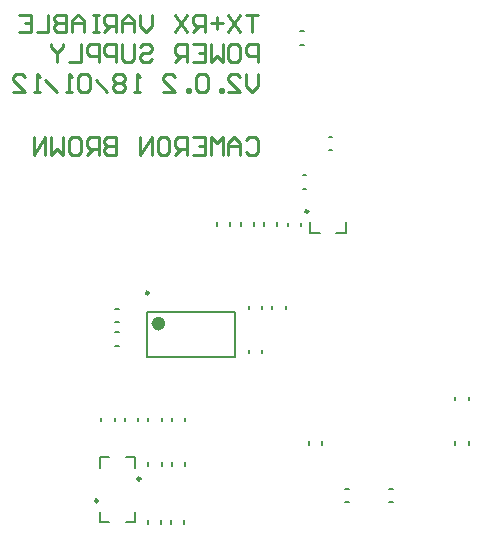
<source format=gbo>
%FSAX44Y44*%
%MOMM*%
G71*
G01*
G75*
G04 Layer_Color=32896*
%ADD10C,0.1524*%
%ADD11C,0.1524*%
%ADD12C,1.0000*%
%ADD13R,2.8000X1.3500*%
%ADD14R,1.3500X1.2000*%
%ADD15R,1.2000X1.3500*%
%ADD16R,5.5500X4.2500*%
%ADD17R,4.2500X5.5500*%
%ADD18R,2.5000X1.7000*%
%ADD19R,2.4500X2.2500*%
%ADD20R,1.3500X2.8000*%
%ADD21O,1.7000X0.3500*%
%ADD22R,3.0000X4.2000*%
%ADD23R,4.2000X3.0000*%
%ADD24O,0.3500X1.7000*%
%ADD25C,0.2032*%
%ADD26C,4.0000*%
%ADD27C,1.5000*%
%ADD28R,1.5000X1.5000*%
%ADD29C,0.6000*%
%ADD30O,0.4500X2.4000*%
%ADD31R,0.6000X1.1500*%
%ADD32R,4.8067X3.2941*%
%ADD33R,3.1565X4.8934*%
%ADD34R,2.0828X0.6604*%
%ADD35R,1.6764X2.0828*%
%ADD36C,0.2500*%
%ADD37C,0.6000*%
%ADD38C,0.2000*%
%ADD39C,0.4500*%
%ADD40R,3.0032X1.5532*%
%ADD41R,1.5532X1.4032*%
%ADD42R,1.4032X1.5532*%
%ADD43R,5.7532X4.4532*%
%ADD44R,4.4532X5.7532*%
%ADD45R,2.7032X1.9032*%
%ADD46R,2.6532X2.4532*%
%ADD47R,1.5532X3.0032*%
%ADD48O,1.9032X0.5532*%
%ADD49R,3.2032X4.4032*%
%ADD50R,4.4032X3.2032*%
%ADD51O,0.5532X1.9032*%
%ADD52C,4.2032*%
%ADD53C,1.7032*%
%ADD54R,1.7032X1.7032*%
%ADD55C,0.8032*%
%ADD56O,0.6532X2.6032*%
%ADD57R,0.8032X1.3532*%
D36*
X00706184Y01004010D02*
G03*
X00706184Y01004010I-00001250J00000000D01*
G01*
X00699208Y00846508D02*
G03*
X00699208Y00846508I-00001250J00000000D01*
G01*
X00841262Y01072970D02*
G03*
X00841262Y01072970I-00001250J00000000D01*
G01*
X00663208Y00827860D02*
G03*
X00663208Y00827860I-00001250J00000000D01*
G01*
X00788703Y01133396D02*
X00791202Y01135895D01*
X00796201D01*
X00798700Y01133396D01*
Y01123399D01*
X00796201Y01120900D01*
X00791202D01*
X00788703Y01123399D01*
X00783705Y01120900D02*
Y01130897D01*
X00778706Y01135895D01*
X00773708Y01130897D01*
Y01120900D01*
Y01128398D01*
X00783705D01*
X00768710Y01120900D02*
Y01135895D01*
X00763711Y01130897D01*
X00758713Y01135895D01*
Y01120900D01*
X00743718Y01135895D02*
X00753715D01*
Y01120900D01*
X00743718D01*
X00753715Y01128398D02*
X00748716D01*
X00738719Y01120900D02*
Y01135895D01*
X00731222D01*
X00728723Y01133396D01*
Y01128398D01*
X00731222Y01125898D01*
X00738719D01*
X00733721D02*
X00728723Y01120900D01*
X00716227Y01135895D02*
X00721225D01*
X00723724Y01133396D01*
Y01123399D01*
X00721225Y01120900D01*
X00716227D01*
X00713727Y01123399D01*
Y01133396D01*
X00716227Y01135895D01*
X00708729Y01120900D02*
Y01135895D01*
X00698732Y01120900D01*
Y01135895D01*
X00678739D02*
Y01120900D01*
X00671241D01*
X00668742Y01123399D01*
Y01125898D01*
X00671241Y01128398D01*
X00678739D01*
X00671241D01*
X00668742Y01130897D01*
Y01133396D01*
X00671241Y01135895D01*
X00678739D01*
X00663744Y01120900D02*
Y01135895D01*
X00656246D01*
X00653747Y01133396D01*
Y01128398D01*
X00656246Y01125898D01*
X00663744D01*
X00658745D02*
X00653747Y01120900D01*
X00641251Y01135895D02*
X00646249D01*
X00648748Y01133396D01*
Y01123399D01*
X00646249Y01120900D01*
X00641251D01*
X00638752Y01123399D01*
Y01133396D01*
X00641251Y01135895D01*
X00633753D02*
Y01120900D01*
X00628755Y01125898D01*
X00623757Y01120900D01*
Y01135895D01*
X00618758Y01120900D02*
Y01135895D01*
X00608761Y01120900D01*
Y01135895D01*
X00798700Y01239595D02*
X00788703D01*
X00793702D01*
Y01224600D01*
X00783705Y01239595D02*
X00773708Y01224600D01*
Y01239595D02*
X00783705Y01224600D01*
X00768710Y01232098D02*
X00758713D01*
X00763711Y01237096D02*
Y01227099D01*
X00753715Y01224600D02*
Y01239595D01*
X00746217D01*
X00743718Y01237096D01*
Y01232098D01*
X00746217Y01229598D01*
X00753715D01*
X00748716D02*
X00743718Y01224600D01*
X00738719Y01239595D02*
X00728723Y01224600D01*
Y01239595D02*
X00738719Y01224600D01*
X00708729Y01239595D02*
Y01229598D01*
X00703731Y01224600D01*
X00698732Y01229598D01*
Y01239595D01*
X00693734Y01224600D02*
Y01234597D01*
X00688736Y01239595D01*
X00683737Y01234597D01*
Y01224600D01*
Y01232098D01*
X00693734D01*
X00678739Y01224600D02*
Y01239595D01*
X00671241D01*
X00668742Y01237096D01*
Y01232098D01*
X00671241Y01229598D01*
X00678739D01*
X00673740D02*
X00668742Y01224600D01*
X00663744Y01239595D02*
X00658745D01*
X00661245D01*
Y01224600D01*
X00663744D01*
X00658745D01*
X00651248D02*
Y01234597D01*
X00646249Y01239595D01*
X00641251Y01234597D01*
Y01224600D01*
Y01232098D01*
X00651248D01*
X00636253Y01239595D02*
Y01224600D01*
X00628755D01*
X00626256Y01227099D01*
Y01229598D01*
X00628755Y01232098D01*
X00636253D01*
X00628755D01*
X00626256Y01234597D01*
Y01237096D01*
X00628755Y01239595D01*
X00636253D01*
X00621257D02*
Y01224600D01*
X00611261D01*
X00596265Y01239595D02*
X00606262D01*
Y01224600D01*
X00596265D01*
X00606262Y01232098D02*
X00601264D01*
X00798700Y01199250D02*
Y01214245D01*
X00791202D01*
X00788703Y01211746D01*
Y01206748D01*
X00791202Y01204248D01*
X00798700D01*
X00776207Y01214245D02*
X00781206D01*
X00783705Y01211746D01*
Y01201749D01*
X00781206Y01199250D01*
X00776207D01*
X00773708Y01201749D01*
Y01211746D01*
X00776207Y01214245D01*
X00768710D02*
Y01199250D01*
X00763711Y01204248D01*
X00758713Y01199250D01*
Y01214245D01*
X00743718D02*
X00753715D01*
Y01199250D01*
X00743718D01*
X00753715Y01206748D02*
X00748716D01*
X00738719Y01199250D02*
Y01214245D01*
X00731222D01*
X00728723Y01211746D01*
Y01206748D01*
X00731222Y01204248D01*
X00738719D01*
X00733721D02*
X00728723Y01199250D01*
X00698732Y01211746D02*
X00701232Y01214245D01*
X00706230D01*
X00708729Y01211746D01*
Y01209247D01*
X00706230Y01206748D01*
X00701232D01*
X00698732Y01204248D01*
Y01201749D01*
X00701232Y01199250D01*
X00706230D01*
X00708729Y01201749D01*
X00693734Y01214245D02*
Y01201749D01*
X00691235Y01199250D01*
X00686236D01*
X00683737Y01201749D01*
Y01214245D01*
X00678739Y01199250D02*
Y01214245D01*
X00671241D01*
X00668742Y01211746D01*
Y01206748D01*
X00671241Y01204248D01*
X00678739D01*
X00663744Y01199250D02*
Y01214245D01*
X00656246D01*
X00653747Y01211746D01*
Y01206748D01*
X00656246Y01204248D01*
X00663744D01*
X00648748Y01214245D02*
Y01199250D01*
X00638752D01*
X00633753Y01214245D02*
Y01211746D01*
X00628755Y01206748D01*
X00623757Y01211746D01*
Y01214245D01*
X00628755Y01206748D02*
Y01199250D01*
X00798700Y01188895D02*
Y01178898D01*
X00793702Y01173900D01*
X00788703Y01178898D01*
Y01188895D01*
X00773708Y01173900D02*
X00783705D01*
X00773708Y01183897D01*
Y01186396D01*
X00776207Y01188895D01*
X00781206D01*
X00783705Y01186396D01*
X00768710Y01173900D02*
Y01176399D01*
X00766210D01*
Y01173900D01*
X00768710D01*
X00756214Y01186396D02*
X00753715Y01188895D01*
X00748716D01*
X00746217Y01186396D01*
Y01176399D01*
X00748716Y01173900D01*
X00753715D01*
X00756214Y01176399D01*
Y01186396D01*
X00741219Y01173900D02*
Y01176399D01*
X00738719D01*
Y01173900D01*
X00741219D01*
X00718726D02*
X00728723D01*
X00718726Y01183897D01*
Y01186396D01*
X00721225Y01188895D01*
X00726223D01*
X00728723Y01186396D01*
X00698732Y01173900D02*
X00693734D01*
X00696233D01*
Y01188895D01*
X00698732Y01186396D01*
X00686236D02*
X00683737Y01188895D01*
X00678739D01*
X00676240Y01186396D01*
Y01183897D01*
X00678739Y01181398D01*
X00676240Y01178898D01*
Y01176399D01*
X00678739Y01173900D01*
X00683737D01*
X00686236Y01176399D01*
Y01178898D01*
X00683737Y01181398D01*
X00686236Y01183897D01*
Y01186396D01*
X00683737Y01181398D02*
X00678739D01*
X00671241Y01173900D02*
X00661245Y01183897D01*
X00656246Y01186396D02*
X00653747Y01188895D01*
X00648748D01*
X00646249Y01186396D01*
Y01176399D01*
X00648748Y01173900D01*
X00653747D01*
X00656246Y01176399D01*
Y01186396D01*
X00641251Y01173900D02*
X00636253D01*
X00638752D01*
Y01188895D01*
X00641251Y01186396D01*
X00628755Y01173900D02*
X00618758Y01183897D01*
X00613760Y01173900D02*
X00608761D01*
X00611261D01*
Y01188895D01*
X00613760Y01186396D01*
X00591267Y01173900D02*
X00601264D01*
X00591267Y01183897D01*
Y01186396D01*
X00593766Y01188895D01*
X00598765D01*
X00601264Y01186396D01*
D37*
X00717434Y00978010D02*
G03*
X00717434Y00978010I-00003000J00000000D01*
G01*
D38*
X00779434Y00950010D02*
Y00988010D01*
X00704434Y00950010D02*
Y00988010D01*
Y00950010D02*
X00779434D01*
X00704434Y00988010D02*
X00779434D01*
X00853348Y00875308D02*
Y00878308D01*
X00841848Y00875308D02*
Y00878308D01*
X00909852Y00826608D02*
X00912852D01*
X00909852Y00838108D02*
X00912852D01*
X00977046Y00875308D02*
Y00878308D01*
X00965546Y00875308D02*
Y00878308D01*
Y00912900D02*
Y00915900D01*
X00977046Y00912900D02*
Y00915900D01*
X00836446Y01092038D02*
X00839446D01*
X00836446Y01103538D02*
X00839446D01*
X00872514Y00838108D02*
X00875514D01*
X00872514Y00826608D02*
X00875514D01*
X00858798Y01124804D02*
X00861798D01*
X00858798Y01136304D02*
X00861798D01*
X00822360Y00990116D02*
Y00993116D01*
X00810860Y00990116D02*
Y00993116D01*
X00834668Y01214212D02*
X00837668D01*
X00834668Y01225712D02*
X00837668D01*
X00685892Y00895120D02*
Y00898120D01*
X00697392Y00895120D02*
Y00898120D01*
X00677580Y00895120D02*
Y00898120D01*
X00666080Y00895120D02*
Y00898120D01*
X00677696Y00990508D02*
X00680696D01*
X00677696Y00979008D02*
X00680696D01*
X00795436Y01060728D02*
Y01063728D01*
X00783936Y01060728D02*
Y01063728D01*
X00763870Y01060728D02*
Y01063728D01*
X00775370Y01060728D02*
Y01063728D01*
X00790794Y00990116D02*
Y00993116D01*
X00802294Y00990116D02*
Y00993116D01*
Y00952778D02*
Y00955778D01*
X00790794Y00952778D02*
Y00955778D01*
X00725516Y00895120D02*
Y00898120D01*
X00737016Y00895120D02*
Y00898120D01*
X00705704Y00895120D02*
Y00898120D01*
X00717204Y00895120D02*
Y00898120D01*
X00705704Y00857782D02*
Y00860782D01*
X00717204Y00857782D02*
Y00860782D01*
X00725516Y00857782D02*
Y00860782D01*
X00737016Y00857782D02*
Y00860782D01*
X00815248Y01060728D02*
Y01063728D01*
X00803748Y01060728D02*
Y01063728D01*
X00716696Y00808252D02*
Y00811252D01*
X00705196Y00808252D02*
Y00811252D01*
X00664958Y00864758D02*
X00672958D01*
X00664958Y00855758D02*
Y00864758D01*
X00686958D02*
X00694958D01*
Y00855758D02*
Y00864758D01*
X00865012Y01054720D02*
X00873012D01*
Y01063720D01*
X00843012Y01054720D02*
X00851012D01*
X00843012D02*
Y01063720D01*
X00686958Y00809610D02*
X00694958D01*
Y00818610D01*
X00664958Y00809610D02*
X00672958D01*
X00664958D02*
Y00818610D01*
X00677696Y00970442D02*
X00680696D01*
X00677696Y00958942D02*
X00680696D01*
X00835314Y01060474D02*
Y01063474D01*
X00823814Y01060474D02*
Y01063474D01*
X00736508Y00808252D02*
Y00811252D01*
X00725008Y00808252D02*
Y00811252D01*
M02*

</source>
